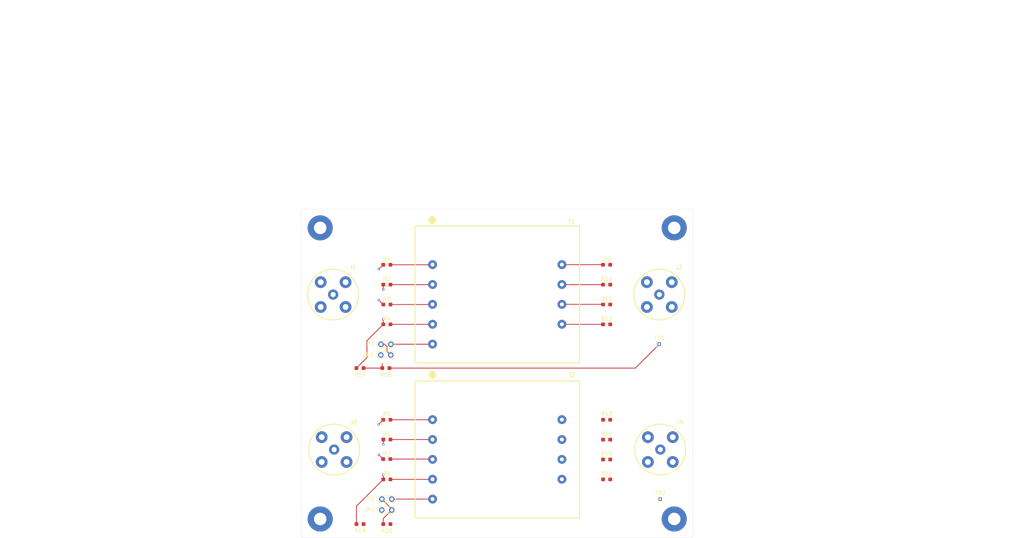
<source format=kicad_pcb>
(kicad_pcb (version 20240108) (generator "pcbnew") (generator_version "8.0")
  (layers (0 "F.Cu" signal) (1 "In1.Cu" signal) (2 "In2.Cu" signal) (31 "B.Cu" signal) (34 "B.Paste" user) (35 "F.Paste" user) (36 "B.SilkS" user "B.Silkscreen") (37 "F.SilkS" user "F.Silkscreen") (38 "B.Mask" user) (39 "F.Mask" user) (44 "Edge.Cuts" user))
  (net 0 "")
  (net 1 "Net-(J1-Ext)")
  (net 2 "Net-(J1-In)")
  (net 3 "Net-(J2-Ext)")
  (net 4 "Net-(J2-In)")
  (net 5 "Net-(J3-Ext)")
  (net 6 "Net-(J3-In)")
  (net 7 "Net-(J4-Ext)")
  (net 8 "Net-(J4-In)")
  (net 9 "Net-(T1-IN1A)")
  (net 10 "Net-(T1-IN1B)")
  (net 11 "Net-(T1-IN2A)")
  (net 12 "GND")
  (net 13 "Net-(T2-IN1A)")
  (net 14 "Net-(T2-IN1B)")
  (net 15 "Net-(T2-IN2A)")
  (net 16 "Net-(R4-Pad2)")
  (net 17 "Net-(T1-OUT1A)")
  (net 18 "Net-(T1-OUT1B)")
  (net 19 "Net-(T1-OUT2A)")
  (net 20 "Net-(T1-OUT2B)")
  (net 21 "Net-(T2-OUT1A)")
  (net 22 "Net-(T2-OUT1B)")
  (net 23 "Net-(T2-OUT2A)")
  (net 24 "Net-(T2-OUT2B)")
  (net 25 "Net-(JP1-A)")
  (net 26 "Net-(JP1-B)")
  (net 27 "Net-(JP2-B)")
  (net 28 "Net-(JP2-A)")
  (net 29 "Net-(R18-Pad2)")
  (net 30 "Net-(R20-Pad2)")
  (net 31 "Net-(R8-Pad2)")
  (footprint "Resistor_SMD:R_0603_1608Metric_Pad0.98x0.95mm_HandSolder" (layer "F.Cu") (at 177.978 90.3435)
    (property "Reference" "R11" (at 0 -1.43 0) (layer "F.SilkS"))
    (property "Value" "0")
    (fp_line (start -0.254724 -0.5225) (end 0.254724 -0.5225) (stroke (width 0.12)) (layer "F.SilkS"))
    (fp_line (start -0.254724 0.5225) (end 0.254724 0.5225) (stroke (width 0.12)) (layer "F.SilkS"))
    (pad "1" smd roundrect (at -0.9125 0) (size 0.975 0.95) (layers "F.Cu" "F.Paste" "F.Mask") (net 19 "Net-(T1-OUT2A)"))
    (pad "2" smd roundrect (at 0.9125 0) (size 0.975 0.95) (layers "F.Cu" "F.Paste" "F.Mask") (net 6 "Net-(J3-In)"))
  )
  (footprint "Resistor_SMD:R_0603_1608Metric_Pad0.98x0.95mm_HandSolder" (layer "F.Cu") (at 121.844 90.3435)
    (property "Reference" "R3" (at 0 -1.43 0) (layer "F.SilkS"))
    (property "Value" "0")
    (fp_line (start -0.254724 -0.5225) (end 0.254724 -0.5225) (stroke (width 0.12)) (layer "F.SilkS"))
    (fp_line (start -0.254724 0.5225) (end 0.254724 0.5225) (stroke (width 0.12)) (layer "F.SilkS"))
    (pad "1" smd roundrect (at -0.9125 0) (size 0.975 0.95) (layers "F.Cu" "F.Paste" "F.Mask") (net 2 "Net-(J1-In)"))
    (pad "2" smd roundrect (at 0.9125 0) (size 0.975 0.95) (layers "F.Cu" "F.Paste" "F.Mask") (net 11 "Net-(T1-IN2A)"))
  )
  (footprint "Resistor_SMD:R_0603_1608Metric_Pad0.98x0.95mm_HandSolder" (layer "F.Cu") (at 121.844 146.4775)
    (property "Reference" "R20" (at 0 1.7445 0) (layer "F.SilkS"))
    (property "Value" "0")
    (fp_line (start -0.254724 -0.5225) (end 0.254724 -0.5225) (stroke (width 0.12)) (layer "F.SilkS"))
    (fp_line (start -0.254724 0.5225) (end 0.254724 0.5225) (stroke (width 0.12)) (layer "F.SilkS"))
    (pad "1" smd roundrect (at -0.9125 0) (size 0.975 0.95) (layers "F.Cu" "F.Paste" "F.Mask") (net 28 "Net-(JP2-A)"))
    (pad "2" smd roundrect (at 0.9125 0) (size 0.975 0.95) (layers "F.Cu" "F.Paste" "F.Mask") (net 30 "Net-(R20-Pad2)"))
  )
  (footprint "TestPoint:TestPoint_2Pads_Pitch2.54mm_Drill0.8mm" (layer "F.Cu") (at 123.094 142.888 180)
    (property "Reference" "JP4" (at 5.822 0 180) (layer "F.SilkS"))
    (property "Value" "Jumper_2_Bridged")
    (fp_line (start 3.57 0.4) (end 3.07 0.9) (stroke (width 0.15)) (layer "F.SilkS"))
    (fp_line (start 3.57 -0.4) (end 3.57 0.4) (stroke (width 0.15)) (layer "F.SilkS"))
    (fp_line (start 3.07 0.9) (end -0.53 0.9) (stroke (width 0.15)) (layer "F.SilkS"))
    (fp_line (start 3.07 -0.9) (end 3.57 -0.4) (stroke (width 0.15)) (layer "F.SilkS"))
    (fp_line (start -0.53 0.9) (end -1.03 0.4) (stroke (width 0.15)) (layer "F.SilkS"))
    (fp_line (start -0.53 -0.9) (end 3.07 -0.9) (stroke (width 0.15)) (layer "F.SilkS"))
    (fp_line (start -1.03 0.4) (end -1.03 -0.4) (stroke (width 0.15)) (layer "F.SilkS"))
    (fp_line (start -1.03 -0.4) (end -0.53 -0.9) (stroke (width 0.15)) (layer "F.SilkS"))
    (pad "1" thru_hole circle (at 0 0 180) (size 1.4 1.4) (drill 0.8) (layers "*.Cu" "*.Mask") (net 28 "Net-(JP2-A)"))
    (pad "2" thru_hole circle (at 2.54 0 180) (size 1.4 1.4) (drill 0.8) (layers "*.Cu" "*.Mask") (net 12 "GND"))
  )
  (footprint "Resistor_SMD:R_0603_1608Metric_Pad0.98x0.95mm_HandSolder" (layer "F.Cu") (at 121.81 129.8615)
    (property "Reference" "R7" (at 0 -1.43 0) (layer "F.SilkS"))
    (property "Value" "0")
    (fp_line (start -0.254724 -0.5225) (end 0.254724 -0.5225) (stroke (width 0.12)) (layer "F.SilkS"))
    (fp_line (start -0.254724 0.5225) (end 0.254724 0.5225) (stroke (width 0.12)) (layer "F.SilkS"))
    (pad "1" smd roundrect (at -0.9125 0) (size 0.975 0.95) (layers "F.Cu" "F.Paste" "F.Mask") (net 4 "Net-(J2-In)"))
    (pad "2" smd roundrect (at 0.9125 0) (size 0.975 0.95) (layers "F.Cu" "F.Paste" "F.Mask") (net 15 "Net-(T2-IN2A)"))
  )
  (footprint "vulcu:AMPHENOL_112405-12" (layer "F.Cu") (at 191.44 87.8035)
    (property "Reference" "J3" (at 5 -7 0) (layer "F.SilkS") (effects (font (thickness 0.2) (bold yes))))
    (property "Value" "Conn_BNC_Vert_PCB" (hide yes))
    (fp_circle (center 0 0) (end 6.5 0) (stroke (width 0.254)) (fill none) (layer "F.SilkS"))
    (pad "1" thru_hole circle (at 0 0) (size 2.6 2.6) (drill 1.3) (layers "*.Cu" "*.Mask") (net 6 "Net-(J3-In)") (thermal_bridge_width 0.254) (thermal_gap 0.254))
    (pad "2" thru_hole circle (at -3.175 -3.175) (size 3 3) (drill 1.5) (layers "*.Cu" "*.Mask") (net 5 "Net-(J3-Ext)") (thermal_bridge_width 0.254) (thermal_gap 0.254))
    (pad "2" thru_hole circle (at -3.175 3.175) (size 3 3) (drill 1.5) (layers "*.Cu" "*.Mask") (net 5 "Net-(J3-Ext)") (thermal_bridge_width 0.254) (thermal_gap 0.254))
    (pad "2" thru_hole circle (at 3.175 -3.175) (size 3 3) (drill 1.5) (layers "*.Cu" "*.Mask") (net 5 "Net-(J3-Ext)") (thermal_bridge_width 0.254) (thermal_gap 0.254))
    (pad "2" thru_hole circle (at 3.175 3.175) (size 3 3) (drill 1.5) (layers "*.Cu" "*.Mask") (net 5 "Net-(J3-Ext)") (thermal_bridge_width 0.254) (thermal_gap 0.254))
  )
  (footprint "Connector_PinHeader_1.00mm:PinHeader_1x01_P1.00mm_Vertical" (layer "F.Cu") (at 191.694 140.094)
    (property "Reference" "TP2" (at 0 -1.56 0) (layer "F.SilkS"))
    (property "Value" "TestPoint" (hide yes))
    (fp_line (start -0.695 -0.685) (end 0 -0.685) (stroke (width 0.12)) (layer "F.SilkS"))
    (fp_line (start -0.695 0) (end -0.695 -0.685) (stroke (width 0.12)) (layer "F.SilkS"))
    (fp_line (start -0.695 0.685) (end -0.695 0.56) (stroke (width 0.12)) (layer "F.SilkS"))
    (fp_line (start -0.695 0.685) (end -0.608276 0.685) (stroke (width 0.12)) (layer "F.SilkS"))
    (fp_line (start -0.695 0.685) (end 0.695 0.685) (stroke (width 0.12)) (layer "F.SilkS"))
    (fp_line (start 0.608276 0.685) (end 0.695 0.685) (stroke (width 0.12)) (layer "F.SilkS"))
    (fp_line (start 0.695 0.685) (end 0.695 0.56) (stroke (width 0.12)) (layer "F.SilkS"))
    (pad "1" thru_hole rect (at 0 0) (size 0.85 0.85) (drill 0.5) (layers "*.Cu" "*.Mask") (net 30 "Net-(R20-Pad2)"))
  )
  (footprint "MountingHole:MountingHole_3.2mm_M3_Pad" (layer "F.Cu") (at 195.25 70.752)
    (property "Reference" "H4" (hide yes))
    (property "Value" "MountingHole_Pad" (hide yes))
    (pad "1" thru_hole circle (at 0 0) (size 6.4 6.4) (drill 3.2) (layers "*.Cu" "*.Mask") (net 12 "GND"))
  )
  (footprint "Connector_PinHeader_1.00mm:PinHeader_1x01_P1.00mm_Vertical" (layer "F.Cu") (at 191.44 100.47)
    (property "Reference" "TP1" (at 0 -1.56 0) (layer "F.SilkS"))
    (property "Value" "TestPoint" (hide yes))
    (fp_line (start -0.695 -0.685) (end 0 -0.685) (stroke (width 0.12)) (layer "F.SilkS"))
    (fp_line (start -0.695 0) (end -0.695 -0.685) (stroke (width 0.12)) (layer "F.SilkS"))
    (fp_line (start -0.695 0.685) (end -0.695 0.56) (stroke (width 0.12)) (layer "F.SilkS"))
    (fp_line (start -0.695 0.685) (end -0.608276 0.685) (stroke (width 0.12)) (layer "F.SilkS"))
    (fp_line (start -0.695 0.685) (end 0.695 0.685) (stroke (width 0.12)) (layer "F.SilkS"))
    (fp_line (start 0.608276 0.685) (end 0.695 0.685) (stroke (width 0.12)) (layer "F.SilkS"))
    (fp_line (start 0.695 0.685) (end 0.695 0.56) (stroke (width 0.12)) (layer "F.SilkS"))
    (pad "1" thru_hole rect (at 0 0) (size 0.85 0.85) (drill 0.5) (layers "*.Cu" "*.Mask") (net 29 "Net-(R18-Pad2)"))
  )
  (footprint "TestPoint:TestPoint_2Pads_Pitch2.54mm_Drill0.8mm" (layer "F.Cu") (at 120.34 100.5035)
    (property "Reference" "JP1" (at -3.068 -0.0335 0) (layer "F.SilkS"))
    (property "Value" "Jumper_2_Bridged" (hide yes))
    (fp_line (start -1.03 -0.4) (end -0.53 -0.9) (stroke (width 0.15)) (layer "F.SilkS"))
    (fp_line (start -1.03 0.4) (end -1.03 -0.4) (stroke (width 0.15)) (layer "F.SilkS"))
    (fp_line (start -0.53 -0.9) (end 3.07 -0.9) (stroke (width 0.15)) (layer "F.SilkS"))
    (fp_line (start -0.53 0.9) (end -1.03 0.4) (stroke (width 0.15)) (layer "F.SilkS"))
    (fp_line (start 3.07 -0.9) (end 3.57 -0.4) (stroke (width 0.15)) (layer "F.SilkS"))
    (fp_line (start 3.07 0.9) (end -0.53 0.9) (stroke (width 0.15)) (layer "F.SilkS"))
    (fp_line (start 3.57 -0.4) (end 3.57 0.4) (stroke (width 0.15)) (layer "F.SilkS"))
    (fp_line (start 3.57 0.4) (end 3.07 0.9) (stroke (width 0.15)) (layer "F.SilkS"))
    (pad "1" thru_hole circle (at 0 0) (size 1.4 1.4) (drill 0.8) (layers "*.Cu" "*.Mask") (net 25 "Net-(JP1-A)"))
    (pad "2" thru_hole circle (at 2.54 0) (size 1.4 1.4) (drill 0.8) (layers "*.Cu" "*.Mask") (net 26 "Net-(JP1-B)"))
  )
  (footprint "Resistor_SMD:R_0603_1608Metric_Pad0.98x0.95mm_HandSolder" (layer "F.Cu") (at 177.978 135.0475 180)
    (property "Reference" "R16" (at 0 1.524 180) (layer "F.SilkS"))
    (property "Value" "0")
    (fp_line (start -0.254724 0.5225) (end 0.254724 0.5225) (stroke (width 0.12)) (layer "F.SilkS"))
    (fp_line (start -0.254724 -0.5225) (end 0.254724 -0.5225) (stroke (width 0.12)) (layer "F.SilkS"))
    (pad "1" smd roundrect (at -0.9125 0 180) (size 0.975 0.95) (layers "F.Cu" "F.Paste" "F.Mask") (net 24 "Net-(T2-OUT2B)"))
    (pad "2" smd roundrect (at 0.9125 0 180) (size 0.975 0.95) (layers "F.Cu" "F.Paste" "F.Mask") (net 7 "Net-(J4-Ext)"))
  )
  (footprint "Resistor_SMD:R_0603_1608Metric_Pad0.98x0.95mm_HandSolder" (layer "F.Cu") (at 177.978 129.9675 180)
    (property "Reference" "R15" (at 0 1.524 180) (layer "F.SilkS"))
    (property "Value" "0")
    (fp_line (start -0.254724 0.5225) (end 0.254724 0.5225) (stroke (width 0.12)) (layer "F.SilkS"))
    (fp_line (start -0.254724 -0.5225) (end 0.254724 -0.5225) (stroke (width 0.12)) (layer "F.SilkS"))
    (pad "1" smd roundrect (at -0.9125 0 180) (size 0.975 0.95) (layers "F.Cu" "F.Paste" "F.Mask") (net 23 "Net-(T2-OUT2A)"))
    (pad "2" smd roundrect (at 0.9125 0 180) (size 0.975 0.95) (layers "F.Cu" "F.Paste" "F.Mask") (net 8 "Net-(J4-In)"))
  )
  (footprint "Resistor_SMD:R_0603_1608Metric_Pad0.98x0.95mm_HandSolder" (layer "F.Cu") (at 121.844 95.4235)
    (property "Reference" "R4" (at 0 -1.43 0) (layer "F.SilkS"))
    (property "Value" "0")
    (fp_line (start -0.254724 -0.5225) (end 0.254724 -0.5225) (stroke (width 0.12)) (layer "F.SilkS"))
    (fp_line (start -0.254724 0.5225) (end 0.254724 0.5225) (stroke (width 0.12)) (layer "F.SilkS"))
    (pad "1" smd roundrect (at -0.9125 0) (size 0.975 0.95) (layers "F.Cu" "F.Paste" "F.Mask") (net 1 "Net-(J1-Ext)"))
    (pad "2" smd roundrect (at 0.9125 0) (size 0.975 0.95) (layers "F.Cu" "F.Paste" "F.Mask") (net 16 "Net-(R4-Pad2)"))
  )
  (footprint "MountingHole:MountingHole_3.2mm_M3_Pad" (layer "F.Cu") (at 195.25 145.174)
    (property "Reference" "H3" (hide yes))
    (property "Value" "MountingHole_Pad" (hide yes))
    (pad "1" thru_hole circle (at 0 0) (size 6.4 6.4) (drill 3.2) (layers "*.Cu" "*.Mask") (net 12 "GND"))
  )
  (footprint "Resistor_SMD:R_0603_1608Metric_Pad0.98x0.95mm_HandSolder" (layer "F.Cu") (at 121.844 80.1835)
    (property "Reference" "R1" (at 0 -1.43 0) (layer "F.SilkS"))
    (property "Value" "0")
    (fp_line (start -0.254724 -0.5225) (end 0.254724 -0.5225) (stroke (width 0.12)) (layer "F.SilkS"))
    (fp_line (start -0.254724 0.5225) (end 0.254724 0.5225) (stroke (width 0.12)) (layer "F.SilkS"))
    (pad "1" smd roundrect (at -0.9125 0) (size 0.975 0.95) (layers "F.Cu" "F.Paste" "F.Mask") (net 2 "Net-(J1-In)"))
    (pad "2" smd roundrect (at 0.9125 0) (size 0.975 0.95) (layers "F.Cu" "F.Paste" "F.Mask") (net 9 "Net-(T1-IN1A)"))
  )
  (footprint "Resistor_SMD:R_0603_1608Metric_Pad0.98x0.95mm_HandSolder" (layer "F.Cu") (at 177.978 95.4235)
    (property "Reference" "R12" (at 0 -1.43 0) (layer "F.SilkS"))
    (property "Value" "0")
    (fp_line (start -0.254724 -0.5225) (end 0.254724 -0.5225) (stroke (width 0.12)) (layer "F.SilkS"))
    (fp_line (start -0.254724 0.5225) (end 0.254724 0.5225) (stroke (width 0.12)) (layer "F.SilkS"))
    (pad "1" smd roundrect (at -0.9125 0) (size 0.975 0.95) (layers "F.Cu" "F.Paste" "F.Mask") (net 20 "Net-(T1-OUT2B)"))
    (pad "2" smd roundrect (at 0.9125 0) (size 0.975 0.95) (layers "F.Cu" "F.Paste" "F.Mask") (net 5 "Net-(J3-Ext)"))
  )
  (footprint "TestPoint:TestPoint_2Pads_Pitch2.54mm_Drill0.8mm" (layer "F.Cu") (at 122.84 103.264 180)
    (property "Reference" "JP3" (at 5.822 0 180) (layer "F.SilkS"))
    (property "Value" "Jumper_2_Bridged" (hide yes))
    (fp_line (start 3.57 0.4) (end 3.07 0.9) (stroke (width 0.15)) (layer "F.SilkS"))
    (fp_line (start 3.57 -0.4) (end 3.57 0.4) (stroke (width 0.15)) (layer "F.SilkS"))
    (fp_line (start 3.07 0.9) (end -0.53 0.9) (stroke (width 0.15)) (layer "F.SilkS"))
    (fp_line (start 3.07 -0.9) (end 3.57 -0.4) (stroke (width 0.15)) (layer "F.SilkS"))
    (fp_line (start -0.53 0.9) (end -1.03 0.4) (stroke (width 0.15)) (layer "F.SilkS"))
    (fp_line (start -0.53 -0.9) (end 3.07 -0.9) (stroke (width 0.15)) (layer "F.SilkS"))
    (fp_line (start -1.03 0.4) (end -1.03 -0.4) (stroke (width 0.15)) (layer "F.SilkS"))
    (fp_line (start -1.03 -0.4) (end -0.53 -0.9) (stroke (width 0.15)) (layer "F.SilkS"))
    (pad "1" thru_hole circle (at 0 0 180) (size 1.4 1.4) (drill 0.8) (layers "*.Cu" "*.Mask") (net 25 "Net-(JP1-A)"))
    (pad "2" thru_hole circle (at 2.54 0 180) (size 1.4 1.4) (drill 0.8) (layers "*.Cu" "*.Mask") (net 12 "GND"))
  )
  (footprint "Resistor_SMD:R_0603_1608Metric_Pad0.98x0.95mm_HandSolder" (layer "F.Cu") (at 121.59 106.5995)
    (property "Reference" "R18" (at 0 1.7445 0) (layer "F.SilkS"))
    (property "Value" "0")
    (fp_line (start -0.254724 -0.5225) (end 0.254724 -0.5225) (stroke (width 0.12)) (layer "F.SilkS"))
    (fp_line (start -0.254724 0.5225) (end 0.254724 0.5225) (stroke (width 0.12)) (layer "F.SilkS"))
    (pad "1" smd roundrect (at -0.9125 0) (size 0.975 0.95) (layers "F.Cu" "F.Paste" "F.Mask") (net 25 "Net-(JP1-A)"))
    (pad "2" smd roundrect (at 0.9125 0) (size 0.975 0.95) (layers "F.Cu" "F.Paste" "F.Mask") (net 29 "Net-(R18-Pad2)"))
  )
  (footprint "Resistor_SMD:R_0603_1608Metric_Pad0.98x0.95mm_HandSolder" (layer "F.Cu") (at 121.844 119.8075)
    (property "Reference" "R5" (at 0 -1.524 0) (layer "F.SilkS"))
    (property "Value" "0")
    (fp_line (start -0.254724 -0.5225) (end 0.254724 -0.5225) (stroke (width 0.12)) (layer "F.SilkS"))
    (fp_line (start -0.254724 0.5225) (end 0.254724 0.5225) (stroke (width 0.12)) (layer "F.SilkS"))
    (pad "1" smd roundrect (at -0.9125 0) (size 0.975 0.95) (layers "F.Cu" "F.Paste" "F.Mask") (net 4 "Net-(J2-In)"))
    (pad "2" smd roundrect (at 0.9125 0) (size 0.975 0.95) (layers "F.Cu" "F.Paste" "F.Mask") (net 13 "Net-(T2-IN1A)"))
  )
  (footprint "MountingHole:MountingHole_3.2mm_M3_Pad" (layer "F.Cu") (at 104.826 145.174)
    (property "Reference" "H2" (hide yes))
    (property "Value" "MountingHole_Pad" (hide yes))
    (pad "1" thru_hole circle (at 0 0) (size 6.4 6.4) (drill 3.2) (layers "*.Cu" "*.Mask") (net 12 "GND"))
  )
  (footprint "Resistor_SMD:R_0603_1608Metric_Pad0.98x0.95mm_HandSolder" (layer "F.Cu") (at 177.978 85.2635)
    (property "Reference" "R10" (at 0 -1.43 0) (layer "F.SilkS"))
    (property "Value" "0")
    (fp_line (start -0.254724 -0.5225) (end 0.254724 -0.5225) (stroke (width 0.12)) (layer "F.SilkS"))
    (fp_line (start -0.254724 0.5225) (end 0.254724 0.5225) (stroke (width 0.12)) (layer "F.SilkS"))
    (pad "1" smd roundrect (at -0.9125 0) (size 0.975 0.95) (layers "F.Cu" "F.Paste" "F.Mask") (net 18 "Net-(T1-OUT1B)"))
    (pad "2" smd roundrect (at 0.9125 0) (size 0.975 0.95) (layers "F.Cu" "F.Paste" "F.Mask") (net 5 "Net-(J3-Ext)"))
  )
  (footprint "TestPoint:TestPoint_2Pads_Pitch2.54mm_Drill0.8mm" (layer "F.Cu") (at 120.574 140.094)
    (property "Reference" "JP2" (at -3.302 0 0) (layer "F.SilkS"))
    (property "Value" "Jumper_2_Bridged" (hide yes))
    (fp_line (start -1.03 -0.4) (end -0.53 -0.9) (stroke (width 0.15)) (layer "F.SilkS"))
    (fp_line (start -1.03 0.4) (end -1.03 -0.4) (stroke (width 0.15)) (layer "F.SilkS"))
    (fp_line (start -0.53 -0.9) (end 3.07 -0.9) (stroke (width 0.15)) (layer "F.SilkS"))
    (fp_line (start -0.53 0.9) (end -1.03 0.4) (stroke (width 0.15)) (layer "F.SilkS"))
    (fp_line (start 3.07 -0.9) (end 3.57 -0.4) (stroke (width 0.15)) (layer "F.SilkS"))
    (fp_line (start 3.07 0.9) (end -0.53 0.9) (stroke (width 0.15)) (layer "F.SilkS"))
    (fp_line (start 3.57 -0.4) (end 3.57 0.4) (stroke (width 0.15)) (layer "F.SilkS"))
    (fp_line (start 3.57 0.4) (end 3.07 0.9) (stroke (width 0.15)) (layer "F.SilkS"))
    (pad "1" thru_hole circle (at 0 0) (size 1.4 1.4) (drill 0.8) (layers "*.Cu" "*.Mask") (net 28 "Net-(JP2-A)"))
    (pad "2" thru_hole circle (at 2.54 0) (size 1.4 1.4) (drill 0.8) (layers "*.Cu" "*.Mask") (net 27 "Net-(JP2-B)"))
  )
  (footprint "Resistor_SMD:R_0603_1608Metric_Pad0.98x0.95mm_HandSolder" (layer "F.Cu") (at 177.978 119.8075 180)
    (property "Reference" "R13" (at 0 1.524 180) (layer "F.SilkS"))
    (property "Value" "0")
    (fp_line (start -0.254724 0.5225) (end 0.254724 0.5225) (stroke (width 0.12)) (layer "F.SilkS"))
    (fp_line (start -0.254724 -0.5225) (end 0.254724 -0.5225) (stroke (width 0.12)) (layer "F.SilkS"))
    (pad "1" smd roundrect (at -0.9125 0 180) (size 0.975 0.95) (layers "F.Cu" "F.Paste" "F.Mask") (net 21 "Net-(T2-OUT1A)"))
    (pad "2" smd roundrect (at 0.9125 0 180) (size 0.975 0.95) (layers "F.Cu" "F.Paste" "F.Mask") (net 8 "Net-(J4-In)"))
  )
  (footprint "vulcu:XFMR_3302W64P508L4166H216Q9B" (layer "F.Cu") (at 150.038 87.77)
    (property "Reference" "T1" (at 19 -18.65 0) (layer "F.SilkS") (effects (font (thickness 0.2) (bold yes))))
    (property "Value" "Hammond_560" (hide yes))
    (fp_rect (start -21 -17.5) (end 21 17.5) (stroke (width 0.254)) (fill none) (layer "F.SilkS"))
    (fp_circle (center -16.575 -19.05) (end -16.575 -18.05) (stroke (width 0.1)) (fill solid) (layer "F.SilkS"))
    (pad "1" thru_hole circle (at -16.52 -7.62 270) (size 2.25 2.25) (drill 1) (layers "*.Cu" "*.Mask") (net 9 "Net-(T1-IN1A)") (thermal_bridge_width 0.254) (thermal_gap 0.254))
    (pad "2" thru_hole circle (at -16.52 -2.54 270) (size 2.25 2.25) (drill 1) (layers "*.Cu" "*.Mask") (net 10 "Net-(T1-IN1B)") (thermal_bridge_width 0.254) (thermal_gap 0.254))
    (pad "3" thru_hole circle (at -16.52 2.54 270) (size 2.25 2.25) (drill 1) (layers "*.Cu" "*.Mask") (net 11 "Net-(T1-IN2A)") (thermal_bridge_width 0.254) (thermal_gap 0.254))
    (pad "4" thru_hole circle (at -16.52 7.62 270) (size 2.25 2.25) (drill 1) (layers "*.Cu" "*.Mask") (net 16 "Net-(R4-Pad2)") (thermal_bridge_width 0.254) (thermal_gap 0.254))
    (pad "5" thru_hole circle (at 16.52 -7.62 270) (size 2.25 2.25) (drill 1) (layers "*.Cu" "*.Mask") (net 17 "Net-(T1-OUT1A)") (thermal_bridge_width 0.254) (thermal_gap 0.254))
    (pad "6" thru_hole circle (at 16.52 -2.54 270) (size 2.25 2.25) (drill 1) (layers "*.Cu" "*.Mask") (net 18 "Net-(T1-OUT1B)") (thermal_bridge_width 0.254) (thermal_gap 0.254))
    (pad "7" thru_hole circle (at 16.52 2.54 270) (size 2.25 2.25) (drill 1) (layers "*.Cu" "*.Mask") (net 19 "Net-(T1-OUT2A)") (thermal_bridge_width 0.254) (thermal_gap 0.254))
    (pad "8" thru_hole circle (at 16.52 7.62 270) (size 2.25 2.25) (drill 1) (layers "*.Cu" "*.Mask") (net 20 "Net-(T1-OUT2B)") (thermal_bridge_width 0.254) (thermal_gap 0.254))
    (pad "SH" thru_hole circle (at -16.52 12.7 270) (size 2.25 2.25) (drill 1) (layers "*.Cu" "*.Mask") (net 26 "Net-(JP1-B)") (thermal_bridge_width 0.254) (thermal_gap 0.254))
  )
  (footprint "Resistor_SMD:R_0603_1608Metric_Pad0.98x0.95mm_HandSolder" (layer "F.Cu") (at 121.844 85.2635)
    (property "Reference" "R2" (at 0 -1.43 0) (layer "F.SilkS"))
    (property "Value" "0")
    (fp_line (start -0.254724 -0.5225) (end 0.254724 -0.5225) (stroke (width 0.12)) (layer "F.SilkS"))
    (fp_line (start -0.254724 0.5225) (end 0.254724 0.5225) (stroke (width 0.12)) (layer "F.SilkS"))
    (pad "1" smd roundrect (at -0.9125 0) (size 0.975 0.95) (layers "F.Cu" "F.Paste" "F.Mask") (net 1 "Net-(J1-Ext)"))
    (pad "2" smd roundrect (at 0.9125 0) (size 0.975 0.95) (layers "F.Cu" "F.Paste" "F.Mask") (net 10 "Net-(T1-IN1B)"))
  )
  (footprint "vulcu:AMPHENOL_112405-12" (layer "F.Cu") (at 191.694 127.4275)
    (property "Reference" "J4" (at 5 -7 0) (layer "F.SilkS") (effects (font (thickness 0.2) (bold yes))))
    (property "Value" "Conn_BNC_Vert_PCB" (hide yes))
    (fp_circle (center 0 0) (end 6.5 0) (stroke (width 0.254)) (fill none) (layer "F.SilkS"))
    (pad "1" thru_hole circle (at 0 0) (size 2.6 2.6) (drill 1.3) (layers "*.Cu" "*.Mask") (net 8 "Net-(J4-In)") (thermal_bridge_width 0.254) (thermal_gap 0.254))
    (pad "2" thru_hole circle (at -3.175 -3.175) (size 3 3) (drill 1.5) (layers "*.Cu" "*.Mask") (net 7 "Net-(J4-Ext)") (thermal_bridge_width 0.254) (thermal_gap 0.254))
    (pad "2" thru_hole circle (at -3.175 3.175) (size 3 3) (drill 1.5) (layers "*.Cu" "*.Mask") (net 7 "Net-(J4-Ext)") (thermal_bridge_width 0.254) (thermal_gap 0.254))
    (pad "2" thru_hole circle (at 3.175 -3.175) (size 3 3) (drill 1.5) (layers "*.Cu" "*.Mask") (net 7 "Net-(J4-Ext)") (thermal_bridge_width 0.254) (thermal_gap 0.254))
    (pad "2" thru_hole circle (at 3.175 3.175) (size 3 3) (drill 1.5) (layers "*.Cu" "*.Mask") (net 7 "Net-(J4-Ext)") (thermal_bridge_width 0.254) (thermal_gap 0.254))
  )
  (footprint "Resistor_SMD:R_0603_1608Metric_Pad0.98x0.95mm_HandSolder" (layer "F.Cu") (at 121.844 135.0475)
    (property "Reference" "R8" (at 0 -1.43 0) (layer "F.SilkS"))
    (property "Value" "0")
    (fp_line (start -0.254724 -0.5225) (end 0.254724 -0.5225) (stroke (width 0.12)) (layer "F.SilkS"))
    (fp_line (start -0.254724 0.5225) (end 0.254724 0.5225) (stroke (width 0.12)) (layer "F.SilkS"))
    (pad "1" smd roundrect (at -0.9125 0) (size 0.975 0.95) (layers "F.Cu" "F.Paste" "F.Mask") (net 3 "Net-(J2-Ext)"))
    (pad "2" smd roundrect (at 0.9125 0) (size 0.975 0.95) (layers "F.Cu" "F.Paste" "F.Mask") (net 31 "Net-(R8-Pad2)"))
  )
  (footprint "vulcu:AMPHENOL_112405-12" (layer "F.Cu") (at 108.128 87.8035)
    (property "Reference" "J1" (at 5 -7 0) (layer "F.SilkS") (effects (font (thickness 0.2) (bold yes))))
    (property "Value" "Conn_BNC_Vert_PCB" (hide yes))
    (fp_circle (center 0 0) (end 6.5 0) (stroke (width 0.254)) (fill none) (layer "F.SilkS"))
    (pad "1" thru_hole circle (at 0 0) (size 2.6 2.6) (drill 1.3) (layers "*.Cu" "*.Mask") (net 2 "Net-(J1-In)") (thermal_bridge_width 0.254) (thermal_gap 0.254))
    (pad "2" thru_hole circle (at -3.175 -3.175) (size 3 3) (drill 1.5) (layers "*.Cu" "*.Mask") (net 1 "Net-(J1-Ext)") (thermal_bridge_width 0.254) (thermal_gap 0.254))
    (pad "2" thru_hole circle (at -3.175 3.175) (size 3 3) (drill 1.5) (layers "*.Cu" "*.Mask") (net 1 "Net-(J1-Ext)") (thermal_bridge_width 0.254) (thermal_gap 0.254))
    (pad "2" thru_hole circle (at 3.175 -3.175) (size 3 3) (drill 1.5) (layers "*.Cu" "*.Mask") (net 1 "Net-(J1-Ext)") (thermal_bridge_width 0.254) (thermal_gap 0.254))
    (pad "2" thru_hole circle (at 3.175 3.175) (size 3 3) (drill 1.5) (layers "*.Cu" "*.Mask") (net 1 "Net-(J1-Ext)") (thermal_bridge_width 0.254) (thermal_gap 0.254))
  )
  (footprint "Resistor_SMD:R_0603_1608Metric_Pad0.98x0.95mm_HandSolder" (layer "F.Cu") (at 121.844 124.8575)
    (property "Reference" "R6" (at 0 -1.43 0) (layer "F.SilkS"))
    (property "Value" "0")
    (fp_line (start -0.254724 -0.5225) (end 0.254724 -0.5225) (stroke (width 0.12)) (layer "F.SilkS"))
    (fp_line (start -0.254724 0.5225) (end 0.254724 0.5225) (stroke (width 0.12)) (layer "F.SilkS"))
    (pad "1" smd roundrect (at -0.9125 0) (size 0.975 0.95) (layers "F.Cu" "F.Paste" "F.Mask") (net 3 "Net-(J2-Ext)"))
    (pad "2" smd roundrect (at 0.9125 0) (size 0.975 0.95) (layers "F.Cu" "F.Paste" "F.Mask") (net 14 "Net-(T2-IN1B)"))
  )
  (footprint "Resistor_SMD:R_0603_1608Metric_Pad0.98x0.95mm_HandSolder" (layer "F.Cu") (at 177.978 124.8875 180)
    (property "Reference" "R14" (at 0 1.524 180) (layer "F.SilkS"))
    (property "Value" "0")
    (fp_line (start -0.254724 0.5225) (end 0.254724 0.5225) (stroke (width 0.12)) (layer "F.SilkS"))
    (fp_line (start -0.254724 -0.5225) (end 0.254724 -0.5225) (stroke (width 0.12)) (layer "F.SilkS"))
    (pad "1" smd roundrect (at -0.9125 0 180) (size 0.975 0.95) (layers "F.Cu" "F.Paste" "F.Mask") (net 22 "Net-(T2-OUT1B)"))
    (pad "2" smd roundrect (at 0.9125 0 180) (size 0.975 0.95) (layers "F.Cu" "F.Paste" "F.Mask") (net 7 "Net-(J4-Ext)"))
  )
  (footprint "vulcu:AMPHENOL_112405-12" (layer "F.Cu") (at 108.382 127.4275)
    (property "Reference" "J2" (at 5 -7 0) (layer "F.SilkS") (effects (font (thickness 0.2) (bold yes))))
    (property "Value" "Conn_BNC_Vert_PCB" (hide yes))
    (fp_circle (center 0 0) (end 6.5 0) (stroke (width 0.254)) (fill none) (layer "F.SilkS"))
    (pad "1" thru_hole circle (at 0 0) (size 2.6 2.6) (drill 1.3) (layers "*.Cu" "*.Mask") (net 4 "Net-(J2-In)") (thermal_bridge_width 0.254) (thermal_gap 0.254))
    (pad "2" thru_hole circle (at -3.175 -3.175) (size 3 3) (drill 1.5) (layers "*.Cu" "*.Mask") (net 3 "Net-(J2-Ext)") (thermal_bridge_width 0.254) (thermal_gap 0.254))
    (pad "2" thru_hole circle (at -3.175 3.175) (size 3 3) (drill 1.5) (layers "*.Cu" "*.Mask") (net 3 "Net-(J2-Ext)") (thermal_bridge_width 0.254) (thermal_gap 0.254))
    (pad "2" thru_hole circle (at 3.175 -3.175) (size 3 3) (drill 1.5) (layers "*.Cu" "*.Mask") (net 3 "Net-(J2-Ext)") (thermal_bridge_width 0.254) (thermal_gap 0.254))
    (pad "2" thru_hole circle (at 3.175 3.175) (size 3 3) (drill 1.5) (layers "*.Cu" "*.Mask") (net 3 "Net-(J2-Ext)") (thermal_bridge_width 0.254) (thermal_gap 0.254))
  )
  (footprint "MountingHole:MountingHole_3.2mm_M3_Pad" (layer "F.Cu") (at 104.826 70.752)
    (property "Reference" "H1" (hide yes))
    (property "Value" "MountingHole_Pad" (hide yes))
    (pad "1" thru_hole circle (at 0 0) (size 6.4 6.4) (drill 3.2) (layers "*.Cu" "*.Mask") (net 12 "GND"))
  )
  (footprint "Resistor_SMD:R_0603_1608Metric_Pad0.98x0.95mm_HandSolder" (layer "F.Cu") (at 114.986 146.4775)
    (property "Reference" "R19" (at 0 1.7445 0) (layer "F.SilkS"))
    (property "Value" "0")
    (fp_line (start -0.254724 -0.5225) (end 0.254724 -0.5225) (stroke (width 0.12)) (layer "F.SilkS"))
    (fp_line (start -0.254724 0.5225) (end 0.254724 0.5225) (stroke (width 0.12)) (layer "F.SilkS"))
    (pad "1" smd roundrect (at -0.9125 0) (size 0.975 0.95) (layers "F.Cu" "F.Paste" "F.Mask") (net 3 "Net-(J2-Ext)"))
    (pad "2" smd roundrect (at 0.9125 0) (size 0.975 0.95) (layers "F.Cu" "F.Paste" "F.Mask") (net 28 "Net-(JP2-A)"))
  )
  (footprint "vulcu:XFMR_3302W64P508L4166H216Q9B" (layer "F.Cu") (at 150.038 127.394)
    (property "Reference" "T2" (at 19.05 -19.05 0) (layer "F.SilkS") (effects (font (thickness 0.2) (bold yes))))
    (property "Value" "Hammond_560" (hide yes))
    (fp_rect (start -21 -17.5) (end 21 17.5) (stroke (width 0.254)) (fill none) (layer "F.SilkS"))
    (fp_circle (center -16.575 -19.05) (end -16.575 -18.05) (stroke (width 0.1)) (fill solid) (layer "F.SilkS"))
    (pad "1" thru_hole circle (at -16.52 -7.62 270) (size 2.25 2.25) (drill 1) (layers "*.Cu" "*.Mask") (net 13 "Net-(T2-IN1A)") (thermal_bridge_width 0.254) (thermal_gap 0.254))
    (pad "2" thru_hole circle (at -16.52 -2.54 270) (size 2.25 2.25) (drill 1) (layers "*.Cu" "*.Mask") (net 14 "Net-(T2-IN1B)") (thermal_bridge_width 0.254) (thermal_gap 0.254))
    (pad "3" thru_hole circle (at -16.52 2.54 270) (size 2.25 2.25) (drill 1) (layers "*.Cu" "*.Mask") (net 15 "Net-(T2-IN2A)") (thermal_bridge_width 0.254) (thermal_gap 0.254))
    (pad "4" thru_hole circle (at -16.52 7.62 270) (size 2.25 2.25) (drill 1) (layers "*.Cu" "*.Mask") (net 31 "Net-(R8-Pad2)") (thermal_bridge_width 0.254) (thermal_gap 0.254))
    (pad "5" thru_hole circle (at 16.52 -7.62 270) (size 2.25 2.25) (drill 1) (layers "*.Cu" "*.Mask") (net 21 "Net-(T2-OUT1A)") (thermal_bridge_width 0.254) (thermal_gap 0.254))
    (pad "6" thru_hole circle (at 16.52 -2.54 270) (size 2.25 2.25) (drill 1) (layers "*.Cu" "*.Mask") (net 22 "Net-(T2-OUT1B)") (thermal_bridge_width 0.254) (thermal_gap 0.254))
    (pad "7" thru_hole circle (at 16.52 2.54 270) (size 2.25 2.25) (drill 1) (layers "*.Cu" "*.Mask") (net 23 "Net-(T2-OUT2A)") (thermal_bridge_width 0.254) (thermal_gap 0.254))
    (pad "8" thru_hole circle (at 16.52 7.62 270) (size 2.25 2.25) (drill 1) (layers "*.Cu" "*.Mask") (net 24 "Net-(T2-OUT2B)") (thermal_bridge_width 0.254) (thermal_gap 0.254))
    (pad "SH" thru_hole circle (at -16.52 12.7 270) (size 2.25 2.25) (drill 1) (layers "*.Cu" "*.Mask") (net 27 "Net-(JP2-B)") (thermal_bridge_width 0.254) (thermal_gap 0.254))
  )
  (footprint "Resistor_SMD:R_0603_1608Metric_Pad0.98x0.95mm_HandSolder" (layer "F.Cu") (at 114.986 106.5995)
    (property "Reference" "R17" (at 0 1.7445 0) (layer "F.SilkS"))
    (property "Value" "0")
    (fp_line (start -0.254724 -0.5225) (end 0.254724 -0.5225) (stroke (width 0.12)) (layer "F.SilkS"))
    (fp_line (start -0.254724 0.5225) (end 0.254724 0.5225) (stroke (width 0.12)) (layer "F.SilkS"))
    (pad "1" smd roundrect (at -0.9125 0) (size 0.975 0.95) (layers "F.Cu" "F.Paste" "F.Mask") (net 1 "Net-(J1-Ext)"))
    (pad "2" smd roundrect (at 0.9125 0) (size 0.975 0.95) (layers "F.Cu" "F.Paste" "F.Mask") (net 25 "Net-(JP1-A)"))
  )
  (footprint "Resistor_SMD:R_0603_1608Metric_Pad0.98x0.95mm_HandSolder" (layer "F.Cu") (at 177.978 80.1835)
    (property "Reference" "R9" (at 0 -1.43 0) (layer "F.SilkS"))
    (property "Value" "0")
    (fp_line (start -0.254724 -0.5225) (end 0.254724 -0.5225) (stroke (width 0.12)) (layer "F.SilkS"))
    (fp_line (start -0.254724 0.5225) (end 0.254724 0.5225) (stroke (width 0.12)) (layer "F.SilkS"))
    (pad "1" smd roundrect (at -0.9125 0) (size 0.975 0.95) (layers "F.Cu" "F.Paste" "F.Mask") (net 17 "Net-(T1-OUT1A)"))
    (pad "2" smd roundrect (at 0.9125 0) (size 0.975 0.95) (layers "F.Cu" "F.Paste" "F.Mask") (net 6 "Net-(J3-In)"))
  )
  (gr_line (start 121 85) (end 121 85.5) (stroke (width 0.2)) (layer "F.Cu") (net 1))
  (gr_rect (start 100 66) (end 200 150) (stroke (width 0.05)) (fill none) (layer "Edge.Cuts"))
  (segment (start 116.764 99.591) (end 120.9315 95.4235) (width 0.2) (layer "F.Cu") (net 1))
  (segment (start 116.764 103.909) (end 116.764 99.591) (width 0.2) (layer "F.Cu") (net 1))
  (segment (start 120.925081 86.5) (end 120.925081 85.269919) (width 0.2) (layer "F.Cu") (net 1))
  (segment (start 120.9315 94.12) (end 120.9315 95.4235) (width 0.2) (layer "F.Cu") (net 1))
  (segment (start 114.0735 106.5995) (end 116.764 103.909) (width 0.2) (layer "F.Cu") (net 1))
  (segment (start 120.925081 85.269919) (end 120.9315 85.2635) (width 0.2) (layer "F.Cu") (net 1))
  (via (at 120.9315 94.12) (size 0.6) (drill 0.3) (layers "F.Cu" "B.Cu") (net 1))
  (via (at 120.925081 86.5) (size 0.6) (drill 0.3) (layers "F.Cu" "B.Cu") (net 1))
  (segment (start 119.812 81.303) (end 120.9315 80.1835) (width 0.2) (layer "F.Cu") (net 2))
  (segment (start 119.812 89.224) (end 120.9315 90.3435) (width 0.2) (layer "F.Cu") (net 2))
  (via (at 119.812 81.303) (size 0.6) (drill 0.3) (layers "F.Cu" "B.Cu") (net 2))
  (via (at 119.812 89.224) (size 0.6) (drill 0.3) (layers "F.Cu" "B.Cu") (net 2))
  (segment (start 120.938429 126.124) (end 120.938429 124.864429) (width 0.2) (layer "F.Cu") (net 3))
  (segment (start 114.0735 141.9055) (end 120.9315 135.0475) (width 0.2) (layer "F.Cu") (net 3))
  (segment (start 114.0735 146.4775) (end 114.0735 141.9055) (width 0.2) (layer "F.Cu") (net 3))
  (segment (start 120.938429 124.864429) (end 120.9315 124.8575) (width 0.2) (layer "F.Cu") (net 3))
  (segment (start 120.9315 133.8475) (end 120.9315 135.0475) (width 0.2) (layer "F.Cu") (net 3))
  (via (at 120.938429 126.124) (size 0.6) (drill 0.3) (layers "F.Cu" "B.Cu") (net 3))
  (via (at 120.9315 133.8475) (size 0.6) (drill 0.3) (layers "F.Cu" "B.Cu") (net 3))
  (segment (start 119.7535 120.9855) (end 120.9315 119.8075) (width 0.2) (layer "F.Cu") (net 4))
  (segment (start 119.812 128.776) (end 120.8975 129.8615) (width 0.2) (layer "F.Cu") (net 4))
  (via (at 119.812 128.776) (size 0.6) (drill 0.3) (layers "F.Cu" "B.Cu") (net 4))
  (via (at 119.7535 120.9855) (size 0.6) (drill 0.3) (layers "F.Cu" "B.Cu") (net 4))
  (segment (start 133.4845 80.1835) (end 133.518 80.15) (width 0.2) (layer "F.Cu") (net 9))
  (segment (start 122.7565 80.1835) (end 133.4845 80.1835) (width 0.2) (layer "F.Cu") (net 9))
  (segment (start 122.7565 85.2635) (end 133.4845 85.2635) (width 0.2) (layer "F.Cu") (net 10))
  (segment (start 133.4845 85.2635) (end 133.518 85.23) (width 0.2) (layer "F.Cu") (net 10))
  (segment (start 133.4845 90.3435) (end 133.518 90.31) (width 0.2) (layer "F.Cu") (net 11))
  (segment (start 122.7565 90.3435) (end 133.4845 90.3435) (width 0.2) (layer "F.Cu") (net 11))
  (segment (start 122.7565 119.8075) (end 122.7565 119.9245) (width 0.2) (layer "F.Cu") (net 13))
  (segment (start 133.4845 119.8075) (end 133.518 119.774) (width 0.2) (layer "F.Cu") (net 13))
  (segment (start 122.7565 119.8075) (end 133.4845 119.8075) (width 0.2) (layer "F.Cu") (net 13))
  (segment (start 122.7565 119.9245) (end 122.86 120.028) (width 0.2) (layer "F.Cu") (net 13))
  (segment (start 122.7565 124.8575) (end 133.5145 124.8575) (width 0.2) (layer "F.Cu") (net 14))
  (segment (start 133.5145 124.8575) (end 133.518 124.854) (width 0.2) (layer "F.Cu") (net 14))
  (segment (start 122.7225 129.8615) (end 133.4455 129.8615) (width 0.2) (layer "F.Cu") (net 15))
  (segment (start 133.4455 129.8615) (end 133.518 129.934) (width 0.2) (layer "F.Cu") (net 15))
  (segment (start 133.4845 95.4235) (end 133.518 95.39) (width 0.2) (layer "F.Cu") (net 16))
  (segment (start 122.7565 95.4235) (end 133.4845 95.4235) (width 0.2) (layer "F.Cu") (net 16))
  (segment (start 177.032 80.15) (end 177.0655 80.1835) (width 0.2) (layer "F.Cu") (net 17))
  (segment (start 166.558 80.15) (end 177.032 80.15) (width 0.2) (layer "F.Cu") (net 17))
  (segment (start 166.5915 85.2635) (end 166.558 85.23) (width 0.2) (layer "F.Cu") (net 18))
  (segment (start 177.0655 85.2635) (end 166.5915 85.2635) (width 0.2) (layer "F.Cu") (net 18))
  (segment (start 166.558 90.31) (end 177.032 90.31) (width 0.2) (layer "F.Cu") (net 19))
  (segment (start 177.032 90.31) (end 177.0655 90.3435) (width 0.2) (layer "F.Cu") (net 19))
  (segment (start 166.5915 95.4235) (end 166.558 95.39) (width 0.2) (layer "F.Cu") (net 20))
  (segment (start 177.0655 95.4235) (end 166.5915 95.4235) (width 0.2) (layer "F.Cu") (net 20))
  (segment (start 115.8985 106.5995) (end 120.6775 106.5995) (width 0.2) (layer "F.Cu") (net 25))
  (segment (start 121.886639 101.123612) (end 121.886639 102.310639) (width 0.2) (layer "F.Cu") (net 25))
  (segment (start 121.266527 100.5035) (end 121.886639 101.123612) (width 0.2) (layer "F.Cu") (net 25))
  (segment (start 120.34 100.5035) (end 121.266527 100.5035) (width 0.2) (layer "F.Cu") (net 25))
  (segment (start 120.6775 106.5995) (end 120.6775 105.4265) (width 0.2) (layer "F.Cu") (net 25))
  (segment (start 121.886639 102.310639) (end 122.84 103.264) (width 0.2) (layer "F.Cu") (net 25))
  (segment (start 122.88 100.5035) (end 133.4845 100.5035) (width 0.2) (layer "F.Cu") (net 26))
  (segment (start 133.4845 100.5035) (end 133.518 100.47) (width 0.2) (layer "F.Cu") (net 26))
  (segment (start 123.114 140.094) (end 133.518 140.094) (width 0.2) (layer "F.Cu") (net 27))
  (segment (start 120.9315 146.4775) (end 120.9315 145.0505) (width 0.2) (layer "F.Cu") (net 28))
  (segment (start 123.094 142.614) (end 123.094 142.888) (width 0.2) (layer "F.Cu") (net 28))
  (segment (start 120.574 140.094) (end 123.094 142.614) (width 0.2) (layer "F.Cu") (net 28))
  (segment (start 120.9315 145.0505) (end 123.094 142.888) (width 0.2) (layer "F.Cu") (net 28))
  (segment (start 122.5025 106.5995) (end 185.3105 106.5995) (width 0.2) (layer "F.Cu") (net 29))
  (segment (start 185.3105 106.5995) (end 191.44 100.47) (width 0.2) (layer "F.Cu") (net 29))
  (segment (start 133.4845 135.0475) (end 133.518 135.014) (width 0.2) (layer "F.Cu") (net 31))
  (segment (start 122.7565 135.0475) (end 133.4845 135.0475) (width 0.2) (layer "F.Cu") (net 31))
)
</source>
